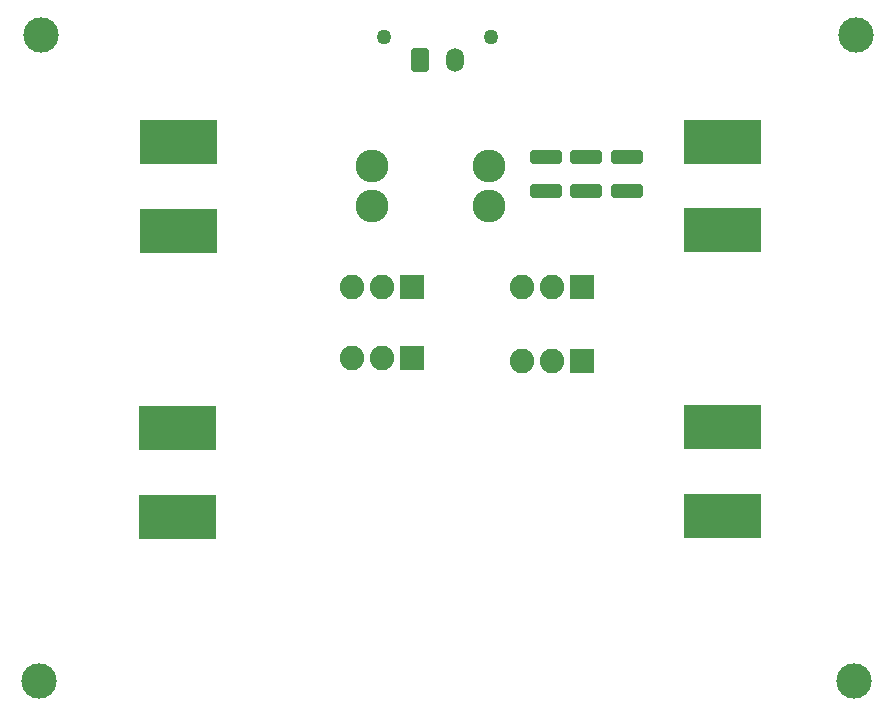
<source format=gbr>
G04 #@! TF.GenerationSoftware,KiCad,Pcbnew,(6.0.8)*
G04 #@! TF.CreationDate,2023-03-10T12:13:25-06:00*
G04 #@! TF.ProjectId,Power-Secondary,506f7765-722d-4536-9563-6f6e64617279,rev?*
G04 #@! TF.SameCoordinates,Original*
G04 #@! TF.FileFunction,Soldermask,Bot*
G04 #@! TF.FilePolarity,Negative*
%FSLAX46Y46*%
G04 Gerber Fmt 4.6, Leading zero omitted, Abs format (unit mm)*
G04 Created by KiCad (PCBNEW (6.0.8)) date 2023-03-10 12:13:25*
%MOMM*%
%LPD*%
G01*
G04 APERTURE LIST*
G04 Aperture macros list*
%AMRoundRect*
0 Rectangle with rounded corners*
0 $1 Rounding radius*
0 $2 $3 $4 $5 $6 $7 $8 $9 X,Y pos of 4 corners*
0 Add a 4 corners polygon primitive as box body*
4,1,4,$2,$3,$4,$5,$6,$7,$8,$9,$2,$3,0*
0 Add four circle primitives for the rounded corners*
1,1,$1+$1,$2,$3*
1,1,$1+$1,$4,$5*
1,1,$1+$1,$6,$7*
1,1,$1+$1,$8,$9*
0 Add four rect primitives between the rounded corners*
20,1,$1+$1,$2,$3,$4,$5,0*
20,1,$1+$1,$4,$5,$6,$7,0*
20,1,$1+$1,$6,$7,$8,$9,0*
20,1,$1+$1,$8,$9,$2,$3,0*%
G04 Aperture macros list end*
%ADD10C,2.780000*%
%ADD11C,3.000000*%
%ADD12R,2.085000X2.085000*%
%ADD13C,2.085000*%
%ADD14C,1.270000*%
%ADD15RoundRect,0.250001X-0.499999X-0.759999X0.499999X-0.759999X0.499999X0.759999X-0.499999X0.759999X0*%
%ADD16O,1.500000X2.020000*%
%ADD17R,3.430000X3.780000*%
%ADD18RoundRect,0.250000X-1.100000X0.325000X-1.100000X-0.325000X1.100000X-0.325000X1.100000X0.325000X0*%
G04 APERTURE END LIST*
D10*
X125960000Y-54100000D03*
X125960000Y-57500000D03*
X116040000Y-57500000D03*
X116040000Y-54100000D03*
D11*
X157000000Y-43000000D03*
D12*
X133800000Y-70600000D03*
D13*
X131260000Y-70600000D03*
X128720000Y-70600000D03*
D12*
X119400000Y-70400000D03*
D13*
X116860000Y-70400000D03*
X114320000Y-70400000D03*
D11*
X88000000Y-43000000D03*
D14*
X117100000Y-43225000D03*
X126100000Y-43225000D03*
D15*
X120100000Y-45185000D03*
D16*
X123100000Y-45185000D03*
D11*
X87852500Y-97750000D03*
D17*
X147325000Y-52070000D03*
X144145000Y-52070000D03*
X147325000Y-59560000D03*
X144145000Y-59560000D03*
X98055000Y-59625000D03*
X101235000Y-59625000D03*
X98055000Y-52135000D03*
X101235000Y-52135000D03*
X144145000Y-76265000D03*
X147325000Y-76265000D03*
X147325000Y-83755000D03*
X144145000Y-83755000D03*
D12*
X119400000Y-64400000D03*
D13*
X116860000Y-64400000D03*
X114320000Y-64400000D03*
D17*
X97990000Y-83820000D03*
X101170000Y-83820000D03*
X97990000Y-76330000D03*
X101170000Y-76330000D03*
D12*
X133800000Y-64400000D03*
D13*
X131260000Y-64400000D03*
X128720000Y-64400000D03*
D11*
X156852500Y-97750000D03*
D18*
X134200000Y-53325000D03*
X134200000Y-56275000D03*
X130800000Y-53325000D03*
X130800000Y-56275000D03*
X137600000Y-53325000D03*
X137600000Y-56275000D03*
M02*

</source>
